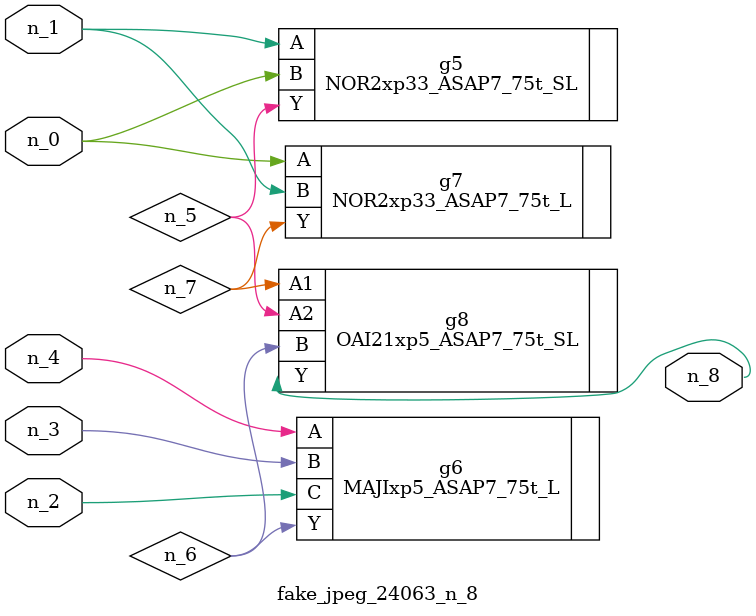
<source format=v>
module fake_jpeg_24063_n_8 (n_3, n_2, n_1, n_0, n_4, n_8);

input n_3;
input n_2;
input n_1;
input n_0;
input n_4;

output n_8;

wire n_6;
wire n_5;
wire n_7;

NOR2xp33_ASAP7_75t_SL g5 ( 
.A(n_1),
.B(n_0),
.Y(n_5)
);

MAJIxp5_ASAP7_75t_L g6 ( 
.A(n_4),
.B(n_3),
.C(n_2),
.Y(n_6)
);

NOR2xp33_ASAP7_75t_L g7 ( 
.A(n_0),
.B(n_1),
.Y(n_7)
);

OAI21xp5_ASAP7_75t_SL g8 ( 
.A1(n_7),
.A2(n_5),
.B(n_6),
.Y(n_8)
);


endmodule
</source>
